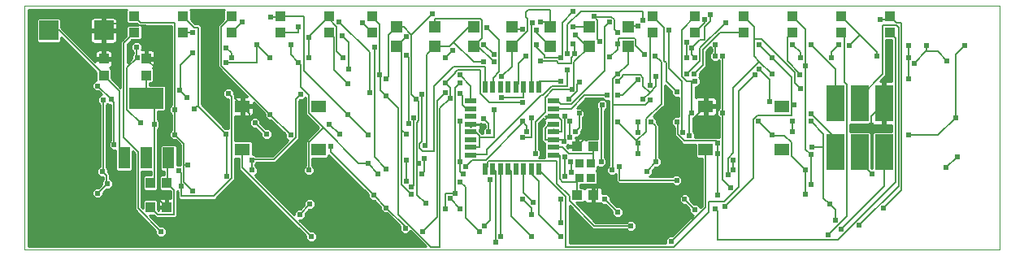
<source format=gbl>
G75*
G70*
%OFA0B0*%
%FSLAX24Y24*%
%IPPOS*%
%LPD*%
%AMOC8*
5,1,8,0,0,1.08239X$1,22.5*
%
%ADD10C,0.0000*%
%ADD11R,0.0433X0.0394*%
%ADD12R,0.0472X0.0472*%
%ADD13R,0.0500X0.0220*%
%ADD14R,0.0220X0.0500*%
%ADD15R,0.0335X0.0374*%
%ADD16R,0.0787X0.0787*%
%ADD17R,0.0750X0.1500*%
%ADD18R,0.0610X0.0512*%
%ADD19R,0.0480X0.0880*%
%ADD20R,0.1417X0.0866*%
%ADD21R,0.0394X0.0433*%
%ADD22C,0.0060*%
%ADD23C,0.0240*%
%ADD24C,0.0100*%
D10*
X000150Y000175D02*
X000150Y010175D01*
X040150Y010175D01*
X040150Y000175D01*
X000150Y000175D01*
D11*
X022815Y002425D03*
X023485Y002425D03*
X023485Y004425D03*
X022815Y004425D03*
X025900Y009090D03*
X027650Y009090D03*
X029650Y009090D03*
X031650Y009090D03*
X033650Y009090D03*
X035650Y009090D03*
X035650Y009760D03*
X033650Y009760D03*
X031650Y009760D03*
X029650Y009760D03*
X027650Y009760D03*
X025900Y009760D03*
X014400Y009760D03*
X012650Y009760D03*
X010650Y009760D03*
X008650Y009760D03*
X006650Y009760D03*
X004650Y009760D03*
X004650Y009090D03*
X006650Y009090D03*
X008650Y009090D03*
X010650Y009090D03*
X012650Y009090D03*
X014400Y009090D03*
D12*
X015400Y009338D03*
X016983Y009338D03*
X018567Y009338D03*
X020150Y009338D03*
X021733Y009338D03*
X023317Y009338D03*
X024900Y009338D03*
X024900Y008512D03*
X023317Y008512D03*
X021733Y008512D03*
X020150Y008512D03*
X018567Y008512D03*
X016983Y008512D03*
X015400Y008512D03*
D13*
X018460Y006277D03*
X018460Y005962D03*
X018460Y005647D03*
X018460Y005332D03*
X018460Y005018D03*
X018460Y004703D03*
X018460Y004388D03*
X018460Y004073D03*
X021840Y004073D03*
X021840Y004388D03*
X021840Y004703D03*
X021840Y005018D03*
X021840Y005332D03*
X021840Y005647D03*
X021840Y005962D03*
X021840Y006277D03*
D14*
X021252Y006865D03*
X020937Y006865D03*
X020622Y006865D03*
X020307Y006865D03*
X019993Y006865D03*
X019678Y006865D03*
X019363Y006865D03*
X019048Y006865D03*
X019048Y003485D03*
X019363Y003485D03*
X019678Y003485D03*
X019993Y003485D03*
X020307Y003485D03*
X020622Y003485D03*
X020937Y003485D03*
X021252Y003485D03*
D15*
X022924Y003710D03*
X023376Y003710D03*
X023376Y003140D03*
X022924Y003140D03*
D16*
X003400Y009175D03*
X001150Y009175D03*
D17*
X033400Y006175D03*
X034400Y006175D03*
X035400Y006175D03*
X035400Y004175D03*
X034400Y004175D03*
X033400Y004175D03*
D18*
X031215Y004289D03*
X028085Y004289D03*
X028085Y006061D03*
X031215Y006061D03*
X012215Y006061D03*
X009085Y006061D03*
X009085Y004289D03*
X012215Y004289D03*
D19*
X006060Y003955D03*
X005150Y003955D03*
X004240Y003955D03*
D20*
X005150Y006395D03*
D21*
X005150Y007340D03*
X003400Y007340D03*
X003400Y008010D03*
X005150Y008010D03*
X005315Y002925D03*
X005985Y002925D03*
X005985Y001925D03*
X005315Y001925D03*
D22*
X005320Y001925D01*
X005630Y001615D01*
X006280Y001615D01*
X006280Y002635D01*
X005990Y002925D01*
X005985Y002925D01*
X006010Y002945D01*
X006010Y003905D01*
X006060Y003955D01*
X006690Y003655D02*
X006850Y003655D01*
X006690Y003655D02*
X006690Y002955D01*
X007060Y002585D01*
X006590Y002755D02*
X006590Y002375D01*
X007910Y002375D01*
X008650Y003115D01*
X008650Y006455D01*
X008520Y006585D01*
X008770Y006645D02*
X007860Y007555D01*
X008220Y007735D02*
X010230Y005725D01*
X011070Y004885D01*
X011280Y004795D02*
X010370Y003885D01*
X009510Y003885D01*
X009490Y003865D01*
X009490Y003445D01*
X009090Y003545D02*
X009090Y004285D01*
X009085Y004289D01*
X008440Y004905D02*
X008430Y004925D01*
X007260Y006095D01*
X007270Y006105D01*
X007270Y009305D01*
X007100Y009305D01*
X006650Y009755D01*
X006650Y009760D01*
X006320Y009505D02*
X006320Y005925D01*
X006300Y005925D01*
X006320Y005925D02*
X006320Y004905D01*
X006690Y004535D01*
X006690Y003655D01*
X006480Y003425D02*
X006570Y003335D01*
X006570Y002775D01*
X006590Y002755D01*
X005480Y003085D02*
X005480Y005325D01*
X005480Y006065D01*
X005170Y006375D01*
X005150Y006395D01*
X005150Y007340D01*
X005540Y007555D02*
X005570Y007585D01*
X005950Y007205D01*
X005950Y005925D01*
X005690Y005665D01*
X005690Y002215D01*
X005980Y001925D01*
X005985Y001925D01*
X005760Y000935D02*
X004820Y001875D01*
X004820Y004185D01*
X004230Y004775D01*
X004230Y008665D01*
X004650Y009085D01*
X004650Y009090D01*
X004850Y009385D02*
X005140Y009385D01*
X005140Y008035D01*
X005150Y008010D01*
X005150Y008005D01*
X005570Y007585D01*
X004770Y008065D02*
X004350Y007645D01*
X004350Y005925D01*
X004900Y005375D01*
X007130Y005965D02*
X007260Y006095D01*
X006830Y006415D02*
X006530Y006715D01*
X006550Y006735D01*
X006550Y007745D01*
X007060Y008255D01*
X008430Y008465D02*
X008650Y008245D01*
X008650Y008065D01*
X008430Y007855D02*
X009670Y007855D01*
X009670Y008585D01*
X009690Y008605D01*
X010230Y008065D01*
X011070Y008175D02*
X011070Y008605D01*
X011810Y008895D02*
X011810Y008065D01*
X011480Y007765D02*
X011390Y007855D01*
X011070Y008175D01*
X011480Y007765D02*
X011480Y006855D01*
X011810Y006525D01*
X011810Y005775D01*
X012410Y005175D01*
X011810Y004575D01*
X011810Y003445D01*
X012410Y005175D02*
X013850Y003735D01*
X014220Y003735D01*
X014240Y003715D01*
X014660Y003295D01*
X014990Y003505D02*
X014520Y003975D01*
X014520Y008485D01*
X014310Y008275D02*
X014310Y006615D01*
X014750Y006725D02*
X014750Y007345D01*
X014730Y007365D01*
X014730Y009425D01*
X014400Y009755D01*
X014400Y009760D01*
X014000Y009505D02*
X014000Y009495D01*
X014400Y009095D01*
X014400Y009090D01*
X015070Y009005D02*
X015400Y009335D01*
X015400Y009338D01*
X015420Y009315D01*
X015720Y009315D01*
X016030Y009005D01*
X016890Y009865D01*
X016990Y009665D02*
X016990Y009345D01*
X016983Y009338D01*
X016990Y009665D02*
X018840Y009665D01*
X018900Y009605D01*
X018900Y008845D01*
X018570Y008515D01*
X018567Y008512D01*
X018690Y008595D01*
X019400Y007885D01*
X018990Y007895D02*
X018570Y007895D01*
X017760Y008705D01*
X017570Y008515D01*
X016990Y008515D01*
X016983Y008512D01*
X016970Y008485D01*
X016660Y008175D01*
X016660Y004535D01*
X016570Y004445D01*
X016450Y004625D02*
X016360Y004535D01*
X016360Y004355D01*
X016480Y004235D01*
X016950Y004235D01*
X016950Y006885D01*
X017750Y007685D01*
X019040Y007685D01*
X019040Y006865D01*
X019048Y006865D01*
X019363Y006865D02*
X019370Y006865D01*
X019370Y007235D01*
X019610Y007475D01*
X019610Y008795D01*
X019110Y009295D01*
X018567Y009338D02*
X018560Y009335D01*
X018390Y009335D01*
X017760Y008705D01*
X018990Y008605D02*
X018990Y008595D01*
X019400Y008185D01*
X020140Y008485D02*
X020150Y008512D01*
X020150Y008515D01*
X020780Y009145D01*
X020780Y009665D01*
X020710Y009735D01*
X020710Y009915D01*
X020830Y010035D01*
X021730Y010035D01*
X021730Y009345D01*
X021733Y009338D01*
X021710Y009535D01*
X021310Y009535D01*
X020990Y009505D02*
X020940Y009455D01*
X020940Y006865D01*
X020937Y006865D01*
X020622Y006865D02*
X020620Y006865D01*
X020620Y006435D01*
X019730Y006435D01*
X019200Y006225D02*
X020570Y006225D01*
X021500Y006425D02*
X021820Y006745D01*
X022580Y006745D01*
X022600Y006765D01*
X022690Y006855D01*
X022690Y007885D01*
X023310Y008505D01*
X023317Y008512D01*
X023250Y008485D01*
X022760Y008975D01*
X023650Y008815D02*
X023740Y008725D01*
X023650Y008815D02*
X023650Y009605D01*
X023500Y009755D01*
X023560Y009735D01*
X024230Y009735D01*
X024350Y009615D01*
X024350Y009235D01*
X024480Y009105D01*
X024900Y009338D02*
X024900Y009345D01*
X025320Y009345D01*
X025500Y009595D02*
X025500Y009965D01*
X022970Y009965D01*
X022430Y009425D01*
X022430Y008235D01*
X022410Y008215D01*
X022570Y008065D02*
X022720Y008215D01*
X022720Y008555D01*
X022640Y008635D01*
X021733Y008512D02*
X021730Y008515D01*
X021150Y009095D01*
X021150Y009175D01*
X020570Y009235D02*
X020150Y009235D01*
X020150Y009338D01*
X022200Y009495D02*
X022660Y009955D01*
X023950Y009335D02*
X024140Y009525D01*
X023950Y009335D02*
X023950Y007515D01*
X022580Y006145D01*
X022150Y006145D01*
X022020Y006275D01*
X021840Y006275D01*
X021840Y006277D01*
X021500Y006425D02*
X021500Y005825D01*
X021100Y005425D01*
X021100Y004135D01*
X021840Y004073D02*
X021840Y004065D01*
X022110Y004065D01*
X022110Y003085D01*
X022230Y002965D01*
X022800Y002965D01*
X022924Y003140D01*
X022920Y003135D01*
X022820Y003035D01*
X022820Y002425D01*
X022815Y002425D01*
X022500Y002375D02*
X022500Y002195D01*
X023530Y001165D01*
X025020Y001165D01*
X024480Y001715D02*
X023940Y002255D01*
X023640Y002575D02*
X023490Y002425D01*
X023485Y002425D01*
X023640Y002575D02*
X023640Y003125D01*
X024060Y003545D01*
X024060Y005195D01*
X024060Y006215D01*
X023940Y006335D01*
X023760Y006335D01*
X023640Y006215D01*
X023640Y005245D01*
X022820Y004425D01*
X022815Y004425D01*
X022480Y004135D02*
X022230Y004385D01*
X021840Y004385D01*
X021840Y004388D01*
X022480Y004135D02*
X023480Y004135D01*
X023480Y003815D01*
X023380Y003715D01*
X023376Y003710D01*
X023800Y003785D02*
X023800Y006075D01*
X023850Y006125D01*
X024270Y006135D02*
X024270Y003455D01*
X024260Y003445D01*
X024560Y003575D02*
X024560Y003035D01*
X026900Y003035D01*
X026060Y003775D02*
X025670Y003385D01*
X026060Y003775D02*
X026040Y003795D01*
X026040Y005245D01*
X025860Y005425D01*
X025650Y005545D02*
X026270Y006165D01*
X026270Y007875D01*
X026010Y008135D01*
X025590Y008195D02*
X025230Y008555D01*
X025230Y008785D01*
X025170Y008845D01*
X024500Y008845D01*
X024500Y008635D01*
X024480Y008615D01*
X024480Y008395D01*
X024160Y008075D01*
X024480Y007385D02*
X024900Y007805D01*
X024900Y008512D01*
X025800Y008985D02*
X025800Y006935D01*
X026060Y006895D02*
X026060Y007275D01*
X025530Y007235D02*
X025410Y007355D01*
X024690Y007355D01*
X024690Y007295D01*
X024480Y007085D01*
X024270Y007175D02*
X024480Y007385D01*
X024270Y007175D02*
X024270Y006135D01*
X025610Y006135D01*
X025810Y006335D01*
X025800Y006635D02*
X025510Y006345D01*
X025320Y007145D02*
X024690Y006515D01*
X024480Y006515D01*
X024060Y006515D02*
X023120Y006515D01*
X022570Y005965D01*
X021840Y005965D01*
X021840Y005962D01*
X022300Y005665D02*
X022300Y004715D01*
X022290Y004705D01*
X022270Y004635D01*
X022270Y004685D01*
X021860Y004685D01*
X021840Y004703D01*
X021840Y004705D01*
X021500Y004705D01*
X021500Y005165D01*
X021660Y005325D01*
X021840Y005325D01*
X021840Y005332D01*
X022510Y005445D02*
X022530Y005425D01*
X022530Y004805D01*
X021840Y005018D02*
X021840Y005025D01*
X022180Y005025D01*
X022180Y005485D01*
X022040Y005625D01*
X021860Y005625D01*
X021840Y005647D01*
X021840Y005645D01*
X021660Y005645D01*
X021310Y005295D01*
X020750Y005265D02*
X020750Y005025D01*
X020750Y005265D02*
X020570Y005445D01*
X020590Y005385D01*
X020590Y005375D01*
X019080Y003865D01*
X018520Y003865D01*
X018240Y003585D01*
X018030Y003405D02*
X018030Y003805D01*
X018030Y005465D01*
X018460Y005332D02*
X018460Y005325D01*
X018980Y005325D01*
X018980Y005265D01*
X019190Y005365D02*
X019190Y005015D01*
X018800Y004855D02*
X018640Y005015D01*
X018460Y005015D01*
X018460Y005018D01*
X018800Y004855D02*
X018800Y004805D01*
X019400Y004805D01*
X019400Y005915D01*
X019200Y006225D02*
X018840Y006585D01*
X018840Y007565D01*
X017920Y007565D01*
X017800Y007445D01*
X017800Y007435D01*
X017400Y007035D01*
X017610Y006825D01*
X017610Y006395D01*
X017190Y005975D01*
X017190Y000305D01*
X016820Y000305D01*
X015490Y001635D01*
X015490Y005985D01*
X014980Y006495D01*
X014750Y006725D01*
X016030Y006545D02*
X016030Y009005D01*
X015820Y008915D02*
X015430Y008525D01*
X015430Y008515D01*
X015400Y008512D01*
X015400Y008505D01*
X015610Y008295D01*
X015610Y005125D01*
X015630Y005105D01*
X015610Y005085D01*
X015610Y002865D01*
X016030Y002445D01*
X016240Y002435D02*
X016240Y003715D01*
X016330Y003715D01*
X016240Y003715D02*
X016240Y005405D01*
X016330Y005495D01*
X016330Y006245D01*
X016230Y006345D01*
X016030Y006545D01*
X016450Y006555D02*
X016450Y004625D01*
X015820Y004915D02*
X015630Y005105D01*
X015910Y005365D02*
X015910Y008055D01*
X015820Y008145D01*
X014310Y008275D02*
X013060Y009525D01*
X012960Y009325D02*
X012610Y009675D01*
X012650Y009760D01*
X012650Y009755D01*
X011810Y008915D01*
X011810Y008895D01*
X011390Y009095D02*
X011390Y009315D01*
X011390Y009095D02*
X010650Y009095D01*
X010650Y009090D01*
X009080Y009525D02*
X008650Y009095D01*
X008650Y009090D01*
X008220Y009325D02*
X008220Y007735D01*
X011600Y007525D02*
X013400Y005725D01*
X014240Y004885D01*
X013070Y004915D02*
X012650Y005335D01*
X011280Y004795D02*
X011280Y006355D01*
X011480Y006555D01*
X012840Y007545D02*
X013400Y006985D01*
X014980Y007185D02*
X015070Y007275D01*
X015070Y009005D01*
X013440Y008695D02*
X013440Y007575D01*
X012840Y007545D02*
X012840Y008895D01*
X012650Y009085D01*
X012650Y009090D01*
X013170Y008965D02*
X013440Y008695D01*
X012960Y008335D02*
X012960Y009325D01*
X011600Y009755D02*
X011600Y007525D01*
X012960Y008335D02*
X013230Y008065D01*
X017400Y008045D02*
X017700Y008345D01*
X019730Y007295D02*
X020140Y007705D01*
X020140Y008485D01*
X021150Y008495D02*
X021150Y008605D01*
X021150Y008495D02*
X021480Y008165D01*
X021480Y008045D01*
X022150Y008045D01*
X022200Y008095D01*
X022200Y009495D01*
X022640Y009335D02*
X023310Y009335D01*
X023317Y009338D01*
X025800Y008985D02*
X025900Y009085D01*
X025900Y009090D01*
X026590Y009175D02*
X026590Y007615D01*
X027110Y007095D01*
X027110Y005045D01*
X027150Y005005D01*
X026940Y004915D02*
X027210Y004645D01*
X028560Y004645D01*
X028560Y004575D01*
X028580Y004555D01*
X028580Y004135D01*
X028580Y002425D01*
X028840Y002155D02*
X028200Y002155D01*
X028200Y001735D01*
X026770Y000305D01*
X022360Y000305D01*
X022360Y002345D01*
X021260Y003445D01*
X021260Y003485D01*
X021252Y003485D01*
X020940Y003485D02*
X020937Y003485D01*
X020940Y003485D02*
X020940Y003305D01*
X021240Y003005D01*
X021240Y001635D01*
X022150Y000725D01*
X020940Y000725D02*
X020100Y001565D01*
X020100Y003385D01*
X020000Y003485D01*
X019993Y003485D01*
X019680Y003485D02*
X019678Y003485D01*
X019680Y003485D02*
X019680Y000725D01*
X019470Y000505D02*
X019470Y003385D01*
X019370Y003485D01*
X019363Y003485D01*
X019160Y003595D02*
X019160Y003775D01*
X019210Y003825D01*
X021990Y003825D01*
X021990Y002885D01*
X022500Y002375D01*
X022150Y002255D02*
X022150Y001285D01*
X020940Y001625D02*
X020940Y001885D01*
X020570Y002255D01*
X020630Y002515D02*
X021030Y002115D01*
X020630Y002515D02*
X020630Y003485D01*
X020622Y003485D01*
X019260Y003055D02*
X019260Y001385D01*
X019020Y001145D01*
X018800Y000935D02*
X018240Y001495D01*
X018240Y002755D01*
X018030Y002965D01*
X018150Y003285D02*
X018030Y003405D01*
X019048Y003485D02*
X019050Y003485D01*
X019160Y003595D01*
X019120Y004075D02*
X018460Y004075D01*
X018460Y004073D01*
X019120Y004075D02*
X019120Y004295D01*
X021350Y006525D01*
X021430Y006525D01*
X021790Y006885D01*
X022420Y006885D01*
X022420Y007545D01*
X022570Y007835D02*
X022060Y007835D01*
X021980Y007915D01*
X021310Y007915D01*
X020730Y008125D02*
X020420Y007815D01*
X020420Y006975D01*
X020310Y006865D01*
X020307Y006865D01*
X021252Y006865D02*
X021260Y006865D01*
X021260Y007095D01*
X022150Y007095D01*
X022810Y006975D02*
X022810Y006675D01*
X022490Y006355D01*
X022900Y005775D02*
X022900Y005185D01*
X022740Y005025D01*
X024480Y005425D02*
X025260Y004645D01*
X025650Y005035D01*
X025650Y005545D01*
X025320Y005425D02*
X025320Y005005D01*
X025260Y004645D02*
X025300Y004605D01*
X025300Y004565D01*
X025320Y004545D01*
X025320Y004125D01*
X023480Y004135D02*
X023480Y004425D01*
X023485Y004425D01*
X022320Y003985D02*
X022320Y003175D01*
X022570Y003355D02*
X022570Y003745D01*
X022540Y003775D01*
X020960Y004775D02*
X020570Y004775D01*
X020960Y004775D02*
X020960Y005585D01*
X019190Y005365D02*
X018990Y005565D01*
X018460Y005962D02*
X018460Y005965D01*
X018280Y005965D01*
X018120Y006125D01*
X018120Y006515D01*
X018030Y006605D01*
X017400Y006615D02*
X017070Y006285D01*
X017070Y001515D01*
X016490Y000935D01*
X015770Y001055D02*
X015770Y001115D01*
X014980Y001905D01*
X014470Y002415D01*
X012710Y004175D01*
X012710Y004435D01*
X010080Y004915D02*
X009600Y005395D01*
X009390Y005175D02*
X009390Y005745D01*
X009100Y006035D01*
X009085Y006061D01*
X009080Y006065D01*
X008770Y006375D01*
X008770Y006645D01*
X004040Y006685D02*
X003410Y007315D01*
X003400Y007340D01*
X003400Y007345D01*
X001570Y009175D01*
X001150Y009175D01*
X003400Y009175D02*
X003670Y009445D01*
X004790Y009445D01*
X004850Y009385D01*
X004900Y009505D02*
X006320Y009505D01*
X004900Y009505D02*
X004650Y009755D01*
X004650Y009760D01*
X003400Y009175D02*
X003400Y008010D01*
X004740Y008095D02*
X004740Y008485D01*
X004740Y008095D02*
X004770Y008065D01*
X006650Y009090D02*
X006650Y009095D01*
X007060Y009095D01*
X008220Y009325D02*
X008650Y009755D01*
X008650Y009760D01*
X010250Y009735D02*
X010630Y009735D01*
X010650Y009760D01*
X010650Y009755D01*
X011600Y009755D01*
X018010Y007355D02*
X018460Y006905D01*
X018460Y006277D01*
X017820Y006825D02*
X017820Y002515D01*
X017830Y002495D01*
X017400Y002495D01*
X017400Y001865D01*
X017610Y002285D02*
X018030Y001865D01*
X016600Y002075D02*
X016240Y002435D01*
X016030Y002745D02*
X016120Y002835D01*
X016120Y005585D01*
X018800Y004805D02*
X018800Y004395D01*
X018460Y004395D01*
X018460Y004388D01*
X016560Y003915D02*
X016560Y003405D01*
X016450Y003295D01*
X015820Y002975D02*
X015820Y003855D01*
X011860Y002055D02*
X011440Y001635D01*
X011910Y000725D02*
X009090Y003545D01*
X008440Y003205D02*
X008440Y004905D01*
X004240Y003955D02*
X004040Y004155D01*
X004040Y006685D01*
X003710Y006345D02*
X003150Y006905D01*
X003380Y006315D02*
X003380Y003405D01*
X003360Y003385D01*
X003520Y003225D01*
X003520Y002915D01*
X003540Y002895D01*
X003150Y002505D01*
X005315Y002925D02*
X005320Y002925D01*
X005480Y003085D01*
X003830Y004485D02*
X003830Y006225D01*
X003710Y006345D01*
X017820Y006825D02*
X018030Y007035D01*
X022570Y007835D02*
X022570Y008065D01*
X025530Y007235D02*
X025530Y006905D01*
X025800Y006635D01*
X026060Y006895D01*
X026470Y007075D02*
X026900Y006645D01*
X027310Y007085D02*
X027530Y007085D01*
X027530Y005805D01*
X027430Y005705D01*
X027430Y004855D01*
X026940Y004915D02*
X026940Y005385D01*
X026900Y005425D01*
X027640Y005395D02*
X027640Y005615D01*
X028080Y006055D01*
X028085Y006061D01*
X028790Y005795D02*
X028790Y008135D01*
X028490Y008135D02*
X028490Y008605D01*
X028040Y008795D02*
X028040Y009315D01*
X028280Y009555D01*
X028280Y009835D01*
X028050Y009635D02*
X028050Y009495D01*
X027650Y009095D01*
X027650Y009090D01*
X027850Y008795D02*
X028040Y008795D01*
X027850Y008795D02*
X027520Y008465D01*
X027520Y008175D01*
X027650Y008045D01*
X027860Y007935D02*
X027310Y007385D01*
X027100Y007295D02*
X027310Y007085D01*
X027530Y007085D02*
X027650Y007085D01*
X027100Y007295D02*
X027100Y009205D01*
X027650Y009755D01*
X027650Y009760D01*
X028920Y009505D02*
X027860Y008445D01*
X027860Y007935D01*
X027980Y007755D02*
X027610Y007385D01*
X026470Y007075D02*
X026470Y007845D01*
X026380Y007935D01*
X026380Y009275D01*
X025900Y009755D01*
X025900Y009760D01*
X027980Y008395D02*
X028670Y009085D01*
X029650Y009085D01*
X029650Y009090D01*
X030070Y009335D02*
X030070Y008815D01*
X030370Y008815D01*
X031740Y007445D01*
X031740Y007025D01*
X031980Y006785D01*
X030720Y007165D02*
X030720Y006255D01*
X031620Y006125D02*
X031710Y006125D01*
X031620Y006125D02*
X031620Y005705D01*
X030210Y005705D01*
X030040Y005535D01*
X030040Y003115D01*
X028870Y001945D01*
X028580Y001775D02*
X028490Y001865D01*
X028580Y001775D02*
X028580Y000595D01*
X033510Y000595D01*
X035870Y002955D01*
X035870Y008865D01*
X035650Y009085D01*
X035650Y009090D01*
X035900Y009385D02*
X036010Y009275D01*
X036010Y002795D01*
X034390Y001175D01*
X033640Y001025D02*
X035400Y002785D01*
X035400Y004175D01*
X034400Y004175D02*
X034400Y003795D01*
X034900Y003295D01*
X036130Y002615D02*
X035390Y001875D01*
X033870Y001555D02*
X033120Y000805D01*
X033400Y001385D02*
X033400Y001835D01*
X033180Y002055D01*
X032930Y002305D01*
X032930Y004385D01*
X032460Y004385D01*
X032190Y004295D02*
X032190Y007715D01*
X032190Y009215D01*
X031650Y009755D01*
X031650Y009760D01*
X030070Y009335D02*
X029650Y009755D01*
X029650Y009760D01*
X031440Y008875D02*
X031650Y009085D01*
X031650Y009090D01*
X031440Y008875D02*
X031440Y007915D01*
X031950Y007405D01*
X031950Y007355D01*
X031620Y007255D02*
X030810Y008065D01*
X030280Y008595D01*
X030280Y008605D01*
X030070Y008815D02*
X030070Y008125D01*
X030290Y007905D01*
X029210Y006825D01*
X029210Y004145D01*
X029000Y003935D01*
X029000Y003245D01*
X029230Y003445D02*
X029230Y003865D01*
X028085Y004289D02*
X028080Y004285D01*
X028080Y001915D01*
X026680Y000515D01*
X027650Y001835D02*
X027230Y002255D01*
X028840Y002155D02*
X029440Y002755D01*
X029440Y006695D01*
X030100Y007355D01*
X030290Y007595D02*
X030720Y007165D01*
X030810Y007385D02*
X030290Y007905D01*
X031650Y008605D02*
X031980Y008275D01*
X031980Y008045D01*
X033240Y008065D02*
X033240Y008285D01*
X033560Y008605D01*
X033980Y008545D02*
X034420Y008985D01*
X033650Y009755D01*
X033650Y009760D01*
X035250Y009625D02*
X035630Y009625D01*
X035630Y009735D01*
X035650Y009760D01*
X035650Y009755D01*
X035900Y009505D01*
X036130Y009505D01*
X036130Y002615D01*
X037940Y003545D02*
X038400Y004005D01*
X037620Y004875D02*
X036400Y004875D01*
X037620Y004875D02*
X038350Y005605D01*
X038350Y008175D01*
X038730Y008555D01*
X037990Y007935D02*
X037600Y008325D01*
X037170Y008325D01*
X037150Y008345D01*
X037150Y008555D01*
X037150Y008345D02*
X036640Y007835D01*
X036420Y008045D02*
X036400Y008045D01*
X036400Y008555D01*
X035130Y008275D02*
X035130Y008135D01*
X035130Y008275D02*
X034420Y008985D01*
X033770Y008965D02*
X033770Y007065D01*
X033870Y006965D01*
X033870Y001555D01*
X032190Y002445D02*
X032190Y003445D01*
X031620Y004015D01*
X031620Y004575D01*
X031330Y004865D01*
X030830Y004865D01*
X030810Y004885D01*
X030250Y005445D01*
X031650Y005445D02*
X031650Y005025D01*
X032400Y005445D02*
X032930Y004915D01*
X032930Y004385D01*
X033400Y004175D02*
X033400Y004745D01*
X032400Y005745D01*
X031620Y006125D02*
X031620Y007255D01*
X032400Y008605D02*
X033400Y007605D01*
X033400Y006175D01*
X034400Y006175D02*
X034400Y006435D01*
X035340Y007375D01*
X035340Y009385D01*
X035900Y009385D01*
X033770Y008965D02*
X033650Y009085D01*
X033650Y009090D01*
X036400Y008045D02*
X036400Y007185D01*
X035400Y006175D02*
X034880Y005655D01*
X034880Y005275D01*
X032400Y004085D02*
X032190Y004295D01*
X032400Y004085D02*
X032400Y002865D01*
X029120Y002735D02*
X028790Y003065D01*
X028790Y005795D01*
X022900Y007065D02*
X022810Y006975D01*
X027310Y008045D02*
X027310Y008685D01*
X027980Y008395D02*
X027980Y007755D01*
D23*
X027650Y008045D03*
X027310Y008045D03*
X028490Y008135D03*
X028790Y008135D03*
X027520Y008465D03*
X028490Y008605D03*
X027310Y008685D03*
X026590Y009175D03*
X025320Y009345D03*
X025500Y009595D03*
X024480Y009105D03*
X024140Y009525D03*
X023500Y009755D03*
X022660Y009955D03*
X021310Y009535D03*
X020990Y009505D03*
X020570Y009235D03*
X021150Y009175D03*
X022640Y009335D03*
X022760Y008975D03*
X023740Y008725D03*
X024480Y008615D03*
X025590Y008195D03*
X026010Y008135D03*
X024160Y008075D03*
X022720Y008215D03*
X022410Y008215D03*
X022150Y008045D03*
X021310Y007915D03*
X020730Y008125D03*
X019400Y008185D03*
X019400Y007885D03*
X018990Y007895D03*
X017700Y008345D03*
X017400Y008045D03*
X015820Y008145D03*
X014520Y008485D03*
X013230Y008065D03*
X011810Y008065D03*
X011390Y007855D03*
X010230Y008065D03*
X008650Y008065D03*
X008430Y007855D03*
X007860Y007555D03*
X007060Y008255D03*
X008430Y008465D03*
X009690Y008605D03*
X011070Y008605D03*
X011810Y008895D03*
X013170Y008965D03*
X011390Y009315D03*
X010250Y009735D03*
X009080Y009525D03*
X007060Y009095D03*
X004740Y008485D03*
X004770Y008065D03*
X005540Y007555D03*
X003150Y006905D03*
X003380Y006315D03*
X003710Y006345D03*
X006300Y005925D03*
X007130Y005965D03*
X006830Y006415D03*
X006530Y006715D03*
X008520Y006585D03*
X011480Y006555D03*
X013400Y006985D03*
X014310Y006615D03*
X014980Y006495D03*
X016230Y006345D03*
X016450Y006555D03*
X017400Y006615D03*
X018030Y006605D03*
X017610Y006395D03*
X019400Y005915D03*
X018990Y005565D03*
X018980Y005265D03*
X019190Y005015D03*
X020570Y004775D03*
X020750Y005025D03*
X021310Y005295D03*
X020570Y005445D03*
X020960Y005585D03*
X022300Y005665D03*
X022900Y005775D03*
X022510Y005445D03*
X022740Y005025D03*
X022530Y004805D03*
X022270Y004635D03*
X021100Y004135D03*
X022320Y003985D03*
X022540Y003775D03*
X022570Y003355D03*
X022320Y003175D03*
X024260Y003445D03*
X024560Y003575D03*
X023800Y003785D03*
X025320Y004125D03*
X026060Y003775D03*
X025670Y003385D03*
X026900Y003035D03*
X029000Y003245D03*
X029230Y003445D03*
X029230Y003865D03*
X028580Y004135D03*
X028580Y004555D03*
X027430Y004855D03*
X027150Y005005D03*
X026900Y005425D03*
X027640Y005395D03*
X027530Y005805D03*
X028790Y005795D03*
X030250Y005445D03*
X031650Y005445D03*
X032400Y005445D03*
X032400Y005745D03*
X031710Y006125D03*
X030720Y006255D03*
X031980Y006785D03*
X031950Y007355D03*
X032190Y007715D03*
X031980Y008045D03*
X030810Y008065D03*
X030290Y007595D03*
X030100Y007355D03*
X030810Y007385D03*
X033240Y008065D03*
X033980Y008545D03*
X033560Y008605D03*
X032400Y008605D03*
X031650Y008605D03*
X030280Y008605D03*
X028920Y009505D03*
X028050Y009635D03*
X028280Y009835D03*
X022640Y008635D03*
X021150Y008605D03*
X018990Y008605D03*
X019110Y009295D03*
X016890Y009865D03*
X014000Y009505D03*
X013060Y009525D03*
X015820Y008915D03*
X013440Y007575D03*
X014730Y007365D03*
X014980Y007185D03*
X017400Y007035D03*
X018030Y007035D03*
X018010Y007355D03*
X019730Y007295D03*
X022150Y007095D03*
X022900Y007065D03*
X022600Y006765D03*
X024060Y006515D03*
X024480Y006515D03*
X025510Y006345D03*
X025810Y006335D03*
X026900Y006645D03*
X025800Y006935D03*
X025320Y007145D03*
X026060Y007275D03*
X027310Y007385D03*
X027610Y007385D03*
X027650Y007085D03*
X024480Y007085D03*
X024480Y007385D03*
X022420Y007545D03*
X019730Y006435D03*
X020570Y006225D03*
X022490Y006355D03*
X023850Y006125D03*
X024480Y005425D03*
X024060Y005195D03*
X025320Y005005D03*
X025320Y005425D03*
X025860Y005425D03*
X025320Y004545D03*
X030810Y004885D03*
X031650Y005025D03*
X032460Y004385D03*
X032400Y004085D03*
X032190Y003445D03*
X032400Y002865D03*
X032190Y002445D03*
X033180Y002055D03*
X035390Y001875D03*
X033400Y001385D03*
X034390Y001175D03*
X033640Y001025D03*
X033120Y000805D03*
X028870Y001945D03*
X028490Y001865D03*
X027650Y001835D03*
X027230Y002255D03*
X028580Y002425D03*
X029120Y002735D03*
X024480Y001715D03*
X023940Y002255D03*
X022150Y002255D03*
X021030Y002115D03*
X020570Y002255D03*
X020940Y001625D03*
X022150Y001285D03*
X022150Y000725D03*
X020940Y000725D03*
X019680Y000725D03*
X019470Y000505D03*
X018800Y000935D03*
X019020Y001145D03*
X018030Y001865D03*
X017400Y001865D03*
X016600Y002075D03*
X017610Y002285D03*
X017830Y002495D03*
X018030Y002965D03*
X018150Y003285D03*
X019260Y003055D03*
X018240Y003585D03*
X018030Y003805D03*
X016560Y003915D03*
X016330Y003715D03*
X015820Y003855D03*
X014990Y003505D03*
X014660Y003295D03*
X015820Y002975D03*
X016030Y002745D03*
X016030Y002445D03*
X014470Y002415D03*
X014980Y001905D03*
X015770Y001055D03*
X016490Y000935D03*
X011910Y000725D03*
X011440Y001635D03*
X011860Y002055D03*
X008440Y003205D03*
X009490Y003445D03*
X009490Y003865D03*
X011810Y003445D03*
X014240Y003715D03*
X016450Y003295D03*
X016570Y004445D03*
X015820Y004915D03*
X014240Y004885D03*
X013070Y004915D03*
X012710Y004435D03*
X011070Y004885D03*
X010080Y004915D03*
X009390Y005175D03*
X009600Y005395D03*
X010230Y005725D03*
X012650Y005335D03*
X013400Y005725D03*
X015910Y005365D03*
X016120Y005585D03*
X018030Y005465D03*
X008430Y004925D03*
X006320Y004905D03*
X005480Y005325D03*
X004900Y005375D03*
X003830Y004485D03*
X006850Y003655D03*
X006480Y003425D03*
X006570Y002775D03*
X007060Y002585D03*
X003540Y002895D03*
X003150Y002505D03*
X003360Y003385D03*
X005760Y000935D03*
X025020Y001165D03*
X026680Y000515D03*
X034900Y003295D03*
X037940Y003545D03*
X038400Y004005D03*
X036400Y004875D03*
X034880Y005275D03*
X038350Y005605D03*
X036400Y007185D03*
X036640Y007835D03*
X036420Y008045D03*
X035130Y008135D03*
X036400Y008555D03*
X037150Y008555D03*
X038730Y008555D03*
X037990Y007935D03*
X035250Y009625D03*
D24*
X035480Y008784D02*
X035730Y008784D01*
X035730Y007075D01*
X035450Y007075D01*
X035450Y006225D01*
X035350Y006225D01*
X035350Y007075D01*
X035238Y007075D01*
X035480Y007317D01*
X035480Y008784D01*
X035480Y008745D02*
X035730Y008745D01*
X035730Y008646D02*
X035480Y008646D01*
X035480Y008548D02*
X035730Y008548D01*
X035730Y008449D02*
X035480Y008449D01*
X035480Y008351D02*
X035730Y008351D01*
X035730Y008252D02*
X035480Y008252D01*
X035480Y008154D02*
X035730Y008154D01*
X035730Y008055D02*
X035480Y008055D01*
X035480Y007957D02*
X035730Y007957D01*
X035730Y007858D02*
X035480Y007858D01*
X035480Y007760D02*
X035730Y007760D01*
X035730Y007661D02*
X035480Y007661D01*
X035480Y007563D02*
X035730Y007563D01*
X035730Y007464D02*
X035480Y007464D01*
X035480Y007366D02*
X035730Y007366D01*
X035730Y007267D02*
X035430Y007267D01*
X035332Y007169D02*
X035730Y007169D01*
X035450Y007070D02*
X035350Y007070D01*
X035350Y006972D02*
X035450Y006972D01*
X035450Y006873D02*
X035350Y006873D01*
X035350Y006775D02*
X035450Y006775D01*
X035450Y006676D02*
X035350Y006676D01*
X035350Y006578D02*
X035450Y006578D01*
X035450Y006479D02*
X035350Y006479D01*
X035350Y006381D02*
X035450Y006381D01*
X035450Y006282D02*
X035350Y006282D01*
X035350Y006125D02*
X035450Y006125D01*
X035450Y005275D01*
X035730Y005275D01*
X035730Y005035D01*
X034979Y005035D01*
X034915Y004971D01*
X034915Y003525D01*
X034885Y003525D01*
X034885Y004971D01*
X034821Y005035D01*
X034010Y005035D01*
X034010Y005315D01*
X034821Y005315D01*
X034883Y005377D01*
X034885Y005367D01*
X034905Y005333D01*
X034933Y005305D01*
X034967Y005285D01*
X035005Y005275D01*
X035350Y005275D01*
X035350Y006125D01*
X035350Y006085D02*
X035450Y006085D01*
X035450Y005987D02*
X035350Y005987D01*
X035350Y005888D02*
X035450Y005888D01*
X035450Y005790D02*
X035350Y005790D01*
X035350Y005691D02*
X035450Y005691D01*
X035450Y005593D02*
X035350Y005593D01*
X035350Y005494D02*
X035450Y005494D01*
X035450Y005396D02*
X035350Y005396D01*
X035350Y005297D02*
X035450Y005297D01*
X035730Y005199D02*
X034010Y005199D01*
X034010Y005297D02*
X034947Y005297D01*
X035730Y005100D02*
X034010Y005100D01*
X034854Y005002D02*
X034946Y005002D01*
X034915Y004903D02*
X034885Y004903D01*
X034885Y004805D02*
X034915Y004805D01*
X034915Y004706D02*
X034885Y004706D01*
X034885Y004608D02*
X034915Y004608D01*
X034915Y004509D02*
X034885Y004509D01*
X034885Y004411D02*
X034915Y004411D01*
X034915Y004312D02*
X034885Y004312D01*
X034885Y004214D02*
X034915Y004214D01*
X034915Y004115D02*
X034885Y004115D01*
X034885Y004017D02*
X034915Y004017D01*
X034915Y003918D02*
X034885Y003918D01*
X034885Y003820D02*
X034915Y003820D01*
X034915Y003721D02*
X034885Y003721D01*
X034885Y003623D02*
X034915Y003623D01*
X028650Y004785D02*
X028618Y004785D01*
X027660Y004785D01*
X027660Y004950D01*
X027570Y005040D01*
X027570Y005575D01*
X027625Y005575D01*
X027718Y005668D01*
X027722Y005665D01*
X027760Y005655D01*
X028035Y005655D01*
X028035Y006011D01*
X028135Y006011D01*
X028135Y006111D01*
X028035Y006111D01*
X028035Y006467D01*
X027760Y006467D01*
X027722Y006457D01*
X027688Y006437D01*
X027670Y006419D01*
X027670Y006855D01*
X027745Y006855D01*
X027880Y006990D01*
X027880Y007180D01*
X027805Y007255D01*
X027840Y007290D01*
X027840Y007417D01*
X028120Y007697D01*
X028120Y008337D01*
X028276Y008493D01*
X028350Y008420D01*
X028350Y008320D01*
X028260Y008230D01*
X028260Y008040D01*
X028395Y007905D01*
X028585Y007905D01*
X028640Y007960D01*
X028650Y007950D01*
X028650Y005980D01*
X028560Y005890D01*
X028560Y005700D01*
X028650Y005610D01*
X028650Y004785D01*
X028650Y004805D02*
X027660Y004805D01*
X027660Y004903D02*
X028650Y004903D01*
X028650Y005002D02*
X027609Y005002D01*
X027570Y005100D02*
X028650Y005100D01*
X028650Y005199D02*
X027570Y005199D01*
X027570Y005297D02*
X028650Y005297D01*
X028650Y005396D02*
X027570Y005396D01*
X027570Y005494D02*
X028650Y005494D01*
X028650Y005593D02*
X027643Y005593D01*
X028035Y005691D02*
X028135Y005691D01*
X028135Y005655D02*
X028410Y005655D01*
X028448Y005665D01*
X028482Y005685D01*
X028510Y005713D01*
X028530Y005747D01*
X028540Y005785D01*
X028540Y006011D01*
X028135Y006011D01*
X028135Y005655D01*
X028135Y005790D02*
X028035Y005790D01*
X028035Y005888D02*
X028135Y005888D01*
X028135Y005987D02*
X028035Y005987D01*
X028135Y006085D02*
X028650Y006085D01*
X028650Y005987D02*
X028540Y005987D01*
X028540Y005888D02*
X028560Y005888D01*
X028560Y005790D02*
X028540Y005790D01*
X028569Y005691D02*
X028488Y005691D01*
X028540Y006111D02*
X028135Y006111D01*
X028135Y006467D01*
X028410Y006467D01*
X028448Y006457D01*
X028482Y006437D01*
X028510Y006409D01*
X028530Y006375D01*
X028540Y006336D01*
X028540Y006111D01*
X028540Y006184D02*
X028650Y006184D01*
X028650Y006282D02*
X028540Y006282D01*
X028527Y006381D02*
X028650Y006381D01*
X028650Y006479D02*
X027670Y006479D01*
X027670Y006578D02*
X028650Y006578D01*
X028650Y006676D02*
X027670Y006676D01*
X027670Y006775D02*
X028650Y006775D01*
X028650Y006873D02*
X027763Y006873D01*
X027862Y006972D02*
X028650Y006972D01*
X028650Y007070D02*
X027880Y007070D01*
X027880Y007169D02*
X028650Y007169D01*
X028650Y007267D02*
X027817Y007267D01*
X027840Y007366D02*
X028650Y007366D01*
X028650Y007464D02*
X027887Y007464D01*
X027986Y007563D02*
X028650Y007563D01*
X028650Y007661D02*
X028084Y007661D01*
X028120Y007760D02*
X028650Y007760D01*
X028650Y007858D02*
X028120Y007858D01*
X028120Y007957D02*
X028343Y007957D01*
X028260Y008055D02*
X028120Y008055D01*
X028120Y008154D02*
X028260Y008154D01*
X028282Y008252D02*
X028120Y008252D01*
X028134Y008351D02*
X028350Y008351D01*
X028321Y008449D02*
X028232Y008449D01*
X028637Y007957D02*
X028643Y007957D01*
X026670Y006677D02*
X026410Y006937D01*
X026410Y006107D01*
X026328Y006025D01*
X025957Y005654D01*
X026090Y005520D01*
X026090Y005393D01*
X026098Y005385D01*
X026180Y005303D01*
X026180Y003980D01*
X026290Y003870D01*
X026290Y003680D01*
X026155Y003545D01*
X026028Y003545D01*
X025900Y003417D01*
X025900Y003290D01*
X025785Y003175D01*
X026715Y003175D01*
X026805Y003265D01*
X026995Y003265D01*
X027130Y003130D01*
X027940Y003130D01*
X027940Y003032D02*
X027130Y003032D01*
X027130Y002940D02*
X027130Y003130D01*
X027032Y003229D02*
X027940Y003229D01*
X027940Y003327D02*
X025900Y003327D01*
X025908Y003426D02*
X027940Y003426D01*
X027940Y003524D02*
X026007Y003524D01*
X026233Y003623D02*
X027940Y003623D01*
X027940Y003721D02*
X026290Y003721D01*
X026290Y003820D02*
X027940Y003820D01*
X027940Y003918D02*
X026242Y003918D01*
X026180Y004017D02*
X027670Y004017D01*
X027670Y003988D02*
X027734Y003923D01*
X027940Y003923D01*
X027940Y001973D01*
X027880Y001913D01*
X027880Y001930D01*
X027745Y002065D01*
X027618Y002065D01*
X027460Y002223D01*
X027460Y002350D01*
X027325Y002485D01*
X027135Y002485D01*
X027000Y002350D01*
X027000Y002160D01*
X027135Y002025D01*
X027262Y002025D01*
X027420Y001867D01*
X027420Y001740D01*
X027555Y001605D01*
X027572Y001605D01*
X026712Y000745D01*
X026585Y000745D01*
X026450Y000610D01*
X026450Y000445D01*
X022500Y000445D01*
X022500Y001997D01*
X023390Y001107D01*
X023472Y001025D01*
X024835Y001025D01*
X024925Y000935D01*
X025115Y000935D01*
X025250Y001070D01*
X025250Y001260D01*
X025115Y001395D01*
X024925Y001395D01*
X024835Y001305D01*
X023588Y001305D01*
X022775Y002118D01*
X023077Y002118D01*
X023129Y002169D01*
X023148Y002136D01*
X023176Y002108D01*
X023210Y002088D01*
X023248Y002078D01*
X023436Y002078D01*
X023436Y002377D01*
X023533Y002377D01*
X023533Y002078D01*
X023721Y002078D01*
X023759Y002088D01*
X023773Y002097D01*
X023845Y002025D01*
X023972Y002025D01*
X024250Y001747D01*
X024250Y001620D01*
X024385Y001485D01*
X024575Y001485D01*
X024710Y001620D01*
X024710Y001810D01*
X024575Y001945D01*
X024448Y001945D01*
X024170Y002223D01*
X024170Y002350D01*
X024035Y002485D01*
X023851Y002485D01*
X023851Y002642D01*
X023841Y002680D01*
X023821Y002714D01*
X023793Y002742D01*
X023759Y002762D01*
X023721Y002772D01*
X023533Y002772D01*
X023533Y002473D01*
X023436Y002473D01*
X023436Y002772D01*
X023248Y002772D01*
X023210Y002762D01*
X023176Y002742D01*
X023148Y002714D01*
X023129Y002681D01*
X023077Y002732D01*
X022960Y002732D01*
X022960Y002843D01*
X023137Y002843D01*
X023150Y002856D01*
X023163Y002843D01*
X023589Y002843D01*
X023654Y002907D01*
X023654Y003372D01*
X023601Y003425D01*
X023654Y003478D01*
X023654Y003606D01*
X023705Y003555D01*
X023895Y003555D01*
X024030Y003690D01*
X024030Y003880D01*
X023940Y003970D01*
X023940Y005895D01*
X023945Y005895D01*
X024080Y006030D01*
X024080Y006220D01*
X024015Y006285D01*
X024130Y006285D01*
X024130Y003640D01*
X024030Y003540D01*
X024030Y003350D01*
X024165Y003215D01*
X024355Y003215D01*
X024420Y003280D01*
X024420Y002977D01*
X024502Y002895D01*
X026715Y002895D01*
X026805Y002805D01*
X026995Y002805D01*
X027130Y002940D01*
X027123Y002933D02*
X027940Y002933D01*
X027940Y002835D02*
X027025Y002835D01*
X026775Y002835D02*
X022960Y002835D01*
X022960Y002736D02*
X023170Y002736D01*
X023436Y002736D02*
X023533Y002736D01*
X023533Y002638D02*
X023436Y002638D01*
X023436Y002539D02*
X023533Y002539D01*
X023851Y002539D02*
X027940Y002539D01*
X027940Y002441D02*
X027370Y002441D01*
X027460Y002342D02*
X027940Y002342D01*
X027940Y002244D02*
X027460Y002244D01*
X027538Y002145D02*
X027940Y002145D01*
X027940Y002047D02*
X027764Y002047D01*
X027862Y001948D02*
X027915Y001948D01*
X027420Y001850D02*
X024671Y001850D01*
X024710Y001751D02*
X027420Y001751D01*
X027507Y001653D02*
X024710Y001653D01*
X024644Y001554D02*
X027521Y001554D01*
X027423Y001456D02*
X023437Y001456D01*
X023339Y001554D02*
X024316Y001554D01*
X024250Y001653D02*
X023240Y001653D01*
X023142Y001751D02*
X024246Y001751D01*
X024148Y001850D02*
X023043Y001850D01*
X022945Y001948D02*
X024049Y001948D01*
X023823Y002047D02*
X022846Y002047D01*
X023104Y002145D02*
X023143Y002145D01*
X023436Y002145D02*
X023533Y002145D01*
X023533Y002244D02*
X023436Y002244D01*
X023436Y002342D02*
X023533Y002342D01*
X024080Y002441D02*
X027090Y002441D01*
X027000Y002342D02*
X024170Y002342D01*
X024170Y002244D02*
X027000Y002244D01*
X027015Y002145D02*
X024248Y002145D01*
X024346Y002047D02*
X027113Y002047D01*
X027339Y001948D02*
X024445Y001948D01*
X022943Y001554D02*
X022500Y001554D01*
X022500Y001456D02*
X023042Y001456D01*
X023140Y001357D02*
X022500Y001357D01*
X022500Y001259D02*
X023239Y001259D01*
X023337Y001160D02*
X022500Y001160D01*
X022500Y001062D02*
X023436Y001062D01*
X023536Y001357D02*
X024887Y001357D01*
X025153Y001357D02*
X027324Y001357D01*
X027226Y001259D02*
X025250Y001259D01*
X025250Y001160D02*
X027127Y001160D01*
X027029Y001062D02*
X025242Y001062D01*
X025143Y000963D02*
X026930Y000963D01*
X026832Y000865D02*
X022500Y000865D01*
X022500Y000963D02*
X024897Y000963D01*
X026450Y000569D02*
X022500Y000569D01*
X022500Y000471D02*
X026450Y000471D01*
X026507Y000668D02*
X022500Y000668D01*
X022500Y000766D02*
X026733Y000766D01*
X022845Y001653D02*
X022500Y001653D01*
X022500Y001751D02*
X022746Y001751D01*
X022648Y001850D02*
X022500Y001850D01*
X022500Y001948D02*
X022549Y001948D01*
X023851Y002638D02*
X027940Y002638D01*
X027940Y002736D02*
X023799Y002736D01*
X023654Y002933D02*
X024464Y002933D01*
X024420Y003032D02*
X023654Y003032D01*
X023654Y003130D02*
X024420Y003130D01*
X024420Y003229D02*
X024369Y003229D01*
X024151Y003229D02*
X023654Y003229D01*
X023654Y003327D02*
X024053Y003327D01*
X024030Y003426D02*
X023601Y003426D01*
X023654Y003524D02*
X024030Y003524D01*
X023963Y003623D02*
X024112Y003623D01*
X024130Y003721D02*
X024030Y003721D01*
X024030Y003820D02*
X024130Y003820D01*
X024130Y003918D02*
X023992Y003918D01*
X023940Y004017D02*
X024130Y004017D01*
X024130Y004115D02*
X023940Y004115D01*
X023940Y004214D02*
X024130Y004214D01*
X024130Y004312D02*
X023940Y004312D01*
X023940Y004411D02*
X024130Y004411D01*
X024130Y004509D02*
X023940Y004509D01*
X023940Y004608D02*
X024130Y004608D01*
X024130Y004706D02*
X023940Y004706D01*
X023940Y004805D02*
X024130Y004805D01*
X024130Y004903D02*
X023940Y004903D01*
X023940Y005002D02*
X024130Y005002D01*
X024130Y005100D02*
X023940Y005100D01*
X023940Y005199D02*
X024130Y005199D01*
X024130Y005297D02*
X023940Y005297D01*
X023940Y005396D02*
X024130Y005396D01*
X024130Y005494D02*
X023940Y005494D01*
X023940Y005593D02*
X024130Y005593D01*
X024130Y005691D02*
X023940Y005691D01*
X023940Y005790D02*
X024130Y005790D01*
X024130Y005888D02*
X023940Y005888D01*
X024037Y005987D02*
X024130Y005987D01*
X024130Y006085D02*
X024080Y006085D01*
X024080Y006184D02*
X024130Y006184D01*
X024130Y006282D02*
X024018Y006282D01*
X023895Y006355D02*
X023755Y006355D01*
X023620Y006220D01*
X023620Y006030D01*
X023660Y005990D01*
X023660Y004732D01*
X023223Y004732D01*
X023171Y004681D01*
X023152Y004714D01*
X023124Y004742D01*
X023090Y004762D01*
X023052Y004772D01*
X022864Y004772D01*
X022864Y004473D01*
X022767Y004473D01*
X022767Y004377D01*
X022449Y004377D01*
X022449Y004364D01*
X022387Y004426D01*
X022449Y004489D01*
X022449Y004473D01*
X022767Y004473D01*
X022767Y004772D01*
X022760Y004772D01*
X022760Y004795D01*
X022835Y004795D01*
X022970Y004930D01*
X022970Y005057D01*
X023040Y005127D01*
X023040Y005590D01*
X023130Y005680D01*
X023130Y005870D01*
X022995Y006005D01*
X022808Y006005D01*
X023178Y006375D01*
X023875Y006375D01*
X023895Y006355D01*
X023682Y006282D02*
X023085Y006282D01*
X022987Y006184D02*
X023620Y006184D01*
X023620Y006085D02*
X022888Y006085D01*
X023014Y005987D02*
X023660Y005987D01*
X023660Y005888D02*
X023112Y005888D01*
X023130Y005790D02*
X023660Y005790D01*
X023660Y005691D02*
X023130Y005691D01*
X023043Y005593D02*
X023660Y005593D01*
X023660Y005494D02*
X023040Y005494D01*
X023040Y005396D02*
X023660Y005396D01*
X023660Y005297D02*
X023040Y005297D01*
X023040Y005199D02*
X023660Y005199D01*
X023660Y005100D02*
X023013Y005100D01*
X022970Y005002D02*
X023660Y005002D01*
X023660Y004903D02*
X022943Y004903D01*
X022845Y004805D02*
X023660Y004805D01*
X023197Y004706D02*
X023157Y004706D01*
X022864Y004706D02*
X022767Y004706D01*
X022767Y004608D02*
X022864Y004608D01*
X022864Y004509D02*
X022767Y004509D01*
X022767Y004411D02*
X022402Y004411D01*
X021480Y004411D02*
X021240Y004411D01*
X021240Y004320D02*
X021240Y005367D01*
X021440Y005567D01*
X021440Y005518D01*
X021450Y005480D01*
X021470Y005445D01*
X021480Y005435D01*
X021480Y005343D01*
X021360Y005223D01*
X021360Y004647D01*
X021442Y004565D01*
X021480Y004565D01*
X021480Y004547D01*
X021482Y004545D01*
X021480Y004543D01*
X021480Y004232D01*
X021482Y004230D01*
X021480Y004228D01*
X021480Y003965D01*
X021255Y003965D01*
X021330Y004040D01*
X021330Y004230D01*
X021240Y004320D01*
X021248Y004312D02*
X021480Y004312D01*
X021480Y004214D02*
X021330Y004214D01*
X021330Y004115D02*
X021480Y004115D01*
X021480Y004017D02*
X021307Y004017D01*
X021240Y004509D02*
X021480Y004509D01*
X021399Y004608D02*
X021240Y004608D01*
X021240Y004706D02*
X021360Y004706D01*
X021360Y004805D02*
X021240Y004805D01*
X021240Y004903D02*
X021360Y004903D01*
X021360Y005002D02*
X021240Y005002D01*
X021240Y005100D02*
X021360Y005100D01*
X021360Y005199D02*
X021240Y005199D01*
X021240Y005297D02*
X021434Y005297D01*
X021480Y005396D02*
X021269Y005396D01*
X021367Y005494D02*
X021446Y005494D01*
X021515Y005642D02*
X021525Y005652D01*
X021835Y005652D01*
X021835Y005642D01*
X021515Y005642D01*
X021835Y005112D02*
X021835Y005023D01*
X021845Y005023D01*
X021845Y005112D01*
X021835Y005112D01*
X021835Y005100D02*
X021845Y005100D01*
X019050Y005200D02*
X018960Y005110D01*
X018960Y004945D01*
X018908Y004945D01*
X018820Y005033D01*
X018820Y005120D01*
X018830Y005130D01*
X018850Y005165D01*
X018860Y005203D01*
X018860Y005327D01*
X018465Y005327D01*
X018465Y005238D01*
X018455Y005238D01*
X018455Y005327D01*
X018465Y005327D01*
X018465Y005337D01*
X018860Y005337D01*
X018860Y005370D01*
X018895Y005335D01*
X019022Y005335D01*
X019050Y005307D01*
X019050Y005200D01*
X019048Y005199D02*
X018859Y005199D01*
X018860Y005297D02*
X019050Y005297D01*
X018960Y005100D02*
X018820Y005100D01*
X018851Y005002D02*
X018960Y005002D01*
X018465Y005297D02*
X018455Y005297D01*
X014240Y002447D02*
X012652Y004035D01*
X012630Y004057D01*
X012630Y003988D01*
X012566Y003923D01*
X011950Y003923D01*
X011950Y003630D01*
X012040Y003540D01*
X012040Y003350D01*
X011905Y003215D01*
X011715Y003215D01*
X011580Y003350D01*
X011580Y003540D01*
X011670Y003630D01*
X011670Y004633D01*
X012212Y005175D01*
X011670Y005717D01*
X011670Y006420D01*
X011575Y006325D01*
X011448Y006325D01*
X011420Y006297D01*
X011420Y004737D01*
X010510Y003827D01*
X010428Y003745D01*
X009695Y003745D01*
X009630Y003680D01*
X009630Y003630D01*
X009720Y003540D01*
X009720Y003350D01*
X009602Y003231D01*
X011210Y001623D01*
X011210Y001730D01*
X011345Y001865D01*
X011472Y001865D01*
X011630Y002023D01*
X011630Y002150D01*
X011765Y002285D01*
X011955Y002285D01*
X012090Y002150D01*
X012090Y001960D01*
X011955Y001825D01*
X011828Y001825D01*
X011670Y001667D01*
X011670Y001540D01*
X011535Y001405D01*
X011428Y001405D01*
X011878Y000955D01*
X012005Y000955D01*
X012140Y000820D01*
X012140Y000630D01*
X012005Y000495D01*
X011815Y000495D01*
X011680Y000630D01*
X011680Y000757D01*
X009032Y003405D01*
X008950Y003487D01*
X008950Y003923D01*
X008790Y003923D01*
X008790Y003057D01*
X008050Y002317D01*
X007968Y002235D01*
X006532Y002235D01*
X006450Y002317D01*
X006450Y002570D01*
X006420Y002600D01*
X006420Y001557D01*
X006338Y001475D01*
X005572Y001475D01*
X005490Y001557D01*
X005449Y001598D01*
X005295Y001598D01*
X005728Y001165D01*
X005855Y001165D01*
X005990Y001030D01*
X005990Y000840D01*
X005855Y000705D01*
X005665Y000705D01*
X005530Y000840D01*
X005530Y000967D01*
X004680Y001817D01*
X004680Y004127D01*
X004590Y004217D01*
X004590Y003469D01*
X004526Y003405D01*
X003954Y003405D01*
X003890Y003469D01*
X003890Y004255D01*
X003735Y004255D01*
X003600Y004390D01*
X003600Y004580D01*
X003690Y004670D01*
X003690Y006115D01*
X003615Y006115D01*
X003560Y006170D01*
X003520Y006130D01*
X003520Y003550D01*
X003590Y003480D01*
X003590Y003353D01*
X003660Y003283D01*
X003660Y003100D01*
X003770Y002990D01*
X003770Y002800D01*
X003635Y002665D01*
X003508Y002665D01*
X003380Y002537D01*
X003380Y002410D01*
X003245Y002275D01*
X003055Y002275D01*
X002920Y002410D01*
X002920Y002600D01*
X003055Y002735D01*
X003182Y002735D01*
X003310Y002863D01*
X003310Y002990D01*
X003380Y003060D01*
X003380Y003155D01*
X003265Y003155D01*
X003130Y003290D01*
X003130Y003480D01*
X003240Y003590D01*
X003240Y006130D01*
X003150Y006220D01*
X003150Y006410D01*
X003285Y006545D01*
X003312Y006545D01*
X003182Y006675D01*
X003055Y006675D01*
X002920Y006810D01*
X002920Y007000D01*
X003055Y007135D01*
X003093Y007135D01*
X003093Y007454D01*
X001654Y008893D01*
X001654Y008736D01*
X001589Y008671D01*
X000711Y008671D01*
X000646Y008736D01*
X000646Y009614D01*
X000711Y009679D01*
X001589Y009679D01*
X001654Y009614D01*
X001654Y009289D01*
X001710Y009233D01*
X003053Y007890D01*
X003053Y007961D01*
X003352Y007961D01*
X003352Y008058D01*
X003352Y008376D01*
X003183Y008376D01*
X003145Y008366D01*
X003111Y008346D01*
X003083Y008318D01*
X003063Y008284D01*
X003053Y008246D01*
X003053Y008058D01*
X003352Y008058D01*
X003448Y008058D01*
X003448Y008376D01*
X003617Y008376D01*
X003655Y008366D01*
X003689Y008346D01*
X003717Y008318D01*
X003737Y008284D01*
X003747Y008246D01*
X003747Y008058D01*
X003448Y008058D01*
X003448Y007961D01*
X003747Y007961D01*
X003747Y007773D01*
X003737Y007735D01*
X003717Y007701D01*
X003689Y007673D01*
X003656Y007654D01*
X003707Y007602D01*
X003707Y007216D01*
X004090Y006833D01*
X004090Y008723D01*
X004172Y008805D01*
X004172Y008805D01*
X004323Y008956D01*
X004323Y009333D01*
X004388Y009397D01*
X004810Y009397D01*
X004760Y009447D01*
X004754Y009453D01*
X004388Y009453D01*
X004323Y009517D01*
X004323Y010002D01*
X004346Y010025D01*
X000300Y010025D01*
X000300Y000325D01*
X016602Y000325D01*
X015984Y000943D01*
X015865Y000825D01*
X015675Y000825D01*
X015540Y000960D01*
X015540Y001147D01*
X015012Y001675D01*
X014885Y001675D01*
X014750Y001810D01*
X014750Y001937D01*
X014502Y002185D01*
X014375Y002185D01*
X014240Y002320D01*
X014240Y002447D01*
X014240Y002441D02*
X010392Y002441D01*
X010294Y002539D02*
X014148Y002539D01*
X014050Y002638D02*
X010195Y002638D01*
X010097Y002736D02*
X013951Y002736D01*
X013853Y002835D02*
X009998Y002835D01*
X009900Y002933D02*
X013754Y002933D01*
X013656Y003032D02*
X009801Y003032D01*
X009703Y003130D02*
X013557Y003130D01*
X013459Y003229D02*
X011919Y003229D01*
X012017Y003327D02*
X013360Y003327D01*
X013262Y003426D02*
X012040Y003426D01*
X012040Y003524D02*
X013163Y003524D01*
X013065Y003623D02*
X011958Y003623D01*
X011950Y003721D02*
X012966Y003721D01*
X012868Y003820D02*
X011950Y003820D01*
X011950Y003918D02*
X012769Y003918D01*
X012670Y004017D02*
X012630Y004017D01*
X011670Y004017D02*
X010699Y004017D01*
X010601Y003918D02*
X011670Y003918D01*
X011670Y003820D02*
X010502Y003820D01*
X010312Y004025D02*
X010958Y004671D01*
X010840Y004790D01*
X010840Y004917D01*
X010262Y005495D01*
X010135Y005495D01*
X010000Y005630D01*
X010000Y005757D01*
X009540Y006217D01*
X009540Y006111D01*
X009135Y006111D01*
X009035Y006111D01*
X009035Y006467D01*
X008790Y006467D01*
X008790Y006513D01*
X008750Y006553D01*
X008750Y006680D01*
X008615Y006815D01*
X008425Y006815D01*
X008290Y006680D01*
X008290Y006490D01*
X008425Y006355D01*
X008510Y006355D01*
X008510Y005155D01*
X008398Y005155D01*
X007410Y006143D01*
X007410Y006163D01*
X007410Y009363D01*
X007328Y009445D01*
X007158Y009445D01*
X006977Y009626D01*
X006977Y010002D01*
X006954Y010025D01*
X008346Y010025D01*
X008323Y010002D01*
X008323Y009626D01*
X008162Y009465D01*
X008080Y009383D01*
X008080Y007677D01*
X009290Y006467D01*
X009135Y006467D01*
X009135Y006111D01*
X009135Y006011D01*
X009540Y006011D01*
X009540Y005785D01*
X009530Y005747D01*
X009510Y005713D01*
X009482Y005685D01*
X009448Y005665D01*
X009410Y005655D01*
X009135Y005655D01*
X009135Y006011D01*
X009035Y006011D01*
X009035Y005655D01*
X008790Y005655D01*
X008790Y004655D01*
X009436Y004655D01*
X009500Y004591D01*
X009500Y004095D01*
X009585Y004095D01*
X009655Y004025D01*
X010312Y004025D01*
X010402Y004115D02*
X009500Y004115D01*
X009500Y004214D02*
X010501Y004214D01*
X010599Y004312D02*
X009500Y004312D01*
X009500Y004411D02*
X010698Y004411D01*
X010796Y004509D02*
X009500Y004509D01*
X009483Y004608D02*
X010895Y004608D01*
X010924Y004706D02*
X010196Y004706D01*
X010175Y004685D02*
X010310Y004820D01*
X010310Y005010D01*
X010175Y005145D01*
X010048Y005145D01*
X009830Y005363D01*
X009830Y005490D01*
X009695Y005625D01*
X009505Y005625D01*
X009370Y005490D01*
X009370Y005300D01*
X009505Y005165D01*
X009632Y005165D01*
X009850Y004947D01*
X009850Y004820D01*
X009985Y004685D01*
X010175Y004685D01*
X010295Y004805D02*
X010840Y004805D01*
X010840Y004903D02*
X010310Y004903D01*
X010310Y005002D02*
X010755Y005002D01*
X010657Y005100D02*
X010220Y005100D01*
X009994Y005199D02*
X010558Y005199D01*
X010460Y005297D02*
X009896Y005297D01*
X009830Y005396D02*
X010361Y005396D01*
X010263Y005494D02*
X009826Y005494D01*
X009728Y005593D02*
X010037Y005593D01*
X010000Y005691D02*
X009488Y005691D01*
X009472Y005593D02*
X008790Y005593D01*
X008790Y005494D02*
X009374Y005494D01*
X009370Y005396D02*
X008790Y005396D01*
X008790Y005297D02*
X009373Y005297D01*
X009471Y005199D02*
X008790Y005199D01*
X008790Y005100D02*
X009697Y005100D01*
X009795Y005002D02*
X008790Y005002D01*
X008790Y004903D02*
X009850Y004903D01*
X009865Y004805D02*
X008790Y004805D01*
X008790Y004706D02*
X009964Y004706D01*
X010995Y004312D02*
X011670Y004312D01*
X011670Y004214D02*
X010896Y004214D01*
X010798Y004115D02*
X011670Y004115D01*
X011670Y004411D02*
X011094Y004411D01*
X011192Y004509D02*
X011670Y004509D01*
X011670Y004608D02*
X011291Y004608D01*
X011389Y004706D02*
X011743Y004706D01*
X011842Y004805D02*
X011420Y004805D01*
X011420Y004903D02*
X011940Y004903D01*
X012039Y005002D02*
X011420Y005002D01*
X011420Y005100D02*
X012137Y005100D01*
X012188Y005199D02*
X011420Y005199D01*
X011420Y005297D02*
X012090Y005297D01*
X011991Y005396D02*
X011420Y005396D01*
X011420Y005494D02*
X011893Y005494D01*
X011794Y005593D02*
X011420Y005593D01*
X011420Y005691D02*
X011696Y005691D01*
X011670Y005790D02*
X011420Y005790D01*
X011420Y005888D02*
X011670Y005888D01*
X011670Y005987D02*
X011420Y005987D01*
X011420Y006085D02*
X011670Y006085D01*
X011670Y006184D02*
X011420Y006184D01*
X011420Y006282D02*
X011670Y006282D01*
X011670Y006381D02*
X011631Y006381D01*
X009770Y005987D02*
X009540Y005987D01*
X009540Y005888D02*
X009869Y005888D01*
X009967Y005790D02*
X009540Y005790D01*
X009135Y005790D02*
X009035Y005790D01*
X009035Y005888D02*
X009135Y005888D01*
X009135Y005987D02*
X009035Y005987D01*
X009135Y006085D02*
X009672Y006085D01*
X009573Y006184D02*
X009540Y006184D01*
X009135Y006184D02*
X009035Y006184D01*
X009035Y006282D02*
X009135Y006282D01*
X009135Y006381D02*
X009035Y006381D01*
X009179Y006578D02*
X008750Y006578D01*
X008750Y006676D02*
X009081Y006676D01*
X008982Y006775D02*
X008656Y006775D01*
X008884Y006873D02*
X007410Y006873D01*
X007410Y006775D02*
X008384Y006775D01*
X008290Y006676D02*
X007410Y006676D01*
X007410Y006578D02*
X008290Y006578D01*
X008301Y006479D02*
X007410Y006479D01*
X007410Y006381D02*
X008399Y006381D01*
X008510Y006282D02*
X007410Y006282D01*
X007410Y006184D02*
X008510Y006184D01*
X008510Y006085D02*
X007468Y006085D01*
X007566Y005987D02*
X008510Y005987D01*
X008510Y005888D02*
X007665Y005888D01*
X007763Y005790D02*
X008510Y005790D01*
X008510Y005691D02*
X007862Y005691D01*
X007960Y005593D02*
X008510Y005593D01*
X008510Y005494D02*
X008059Y005494D01*
X008157Y005396D02*
X008510Y005396D01*
X008510Y005297D02*
X008256Y005297D01*
X008354Y005199D02*
X008510Y005199D01*
X009035Y005691D02*
X009135Y005691D01*
X009278Y006479D02*
X008790Y006479D01*
X008785Y006972D02*
X007410Y006972D01*
X007410Y007070D02*
X008687Y007070D01*
X008588Y007169D02*
X007410Y007169D01*
X007410Y007267D02*
X008490Y007267D01*
X008391Y007366D02*
X007410Y007366D01*
X007410Y007464D02*
X008293Y007464D01*
X008194Y007563D02*
X007410Y007563D01*
X007410Y007661D02*
X008096Y007661D01*
X008080Y007760D02*
X007410Y007760D01*
X007410Y007858D02*
X008080Y007858D01*
X008080Y007957D02*
X007410Y007957D01*
X007410Y008055D02*
X008080Y008055D01*
X008080Y008154D02*
X007410Y008154D01*
X007410Y008252D02*
X008080Y008252D01*
X008080Y008351D02*
X007410Y008351D01*
X007410Y008449D02*
X008080Y008449D01*
X008080Y008548D02*
X007410Y008548D01*
X007410Y008646D02*
X008080Y008646D01*
X008080Y008745D02*
X007410Y008745D01*
X007410Y008843D02*
X008080Y008843D01*
X008080Y008942D02*
X007410Y008942D01*
X007410Y009040D02*
X008080Y009040D01*
X008080Y009139D02*
X007410Y009139D01*
X007410Y009237D02*
X008080Y009237D01*
X008080Y009336D02*
X007410Y009336D01*
X007339Y009434D02*
X008131Y009434D01*
X008230Y009533D02*
X007070Y009533D01*
X006977Y009631D02*
X008323Y009631D01*
X008323Y009730D02*
X006977Y009730D01*
X006977Y009828D02*
X008323Y009828D01*
X008323Y009927D02*
X006977Y009927D01*
X006180Y009365D02*
X004944Y009365D01*
X004977Y009333D01*
X004977Y008848D01*
X004912Y008784D01*
X004546Y008784D01*
X004370Y008607D01*
X004370Y007863D01*
X004540Y008033D01*
X004540Y008160D01*
X004600Y008220D01*
X004600Y008300D01*
X004510Y008390D01*
X004510Y008580D01*
X004645Y008715D01*
X004835Y008715D01*
X004970Y008580D01*
X004970Y008390D01*
X004956Y008376D01*
X005102Y008376D01*
X005102Y008058D01*
X005198Y008058D01*
X005198Y008376D01*
X005367Y008376D01*
X005405Y008366D01*
X005439Y008346D01*
X005467Y008318D01*
X005487Y008284D01*
X005497Y008246D01*
X005497Y008058D01*
X005198Y008058D01*
X005198Y007961D01*
X005497Y007961D01*
X005497Y007773D01*
X005487Y007735D01*
X005467Y007701D01*
X005439Y007673D01*
X005406Y007654D01*
X005457Y007602D01*
X005457Y007078D01*
X005392Y007014D01*
X005290Y007014D01*
X005290Y006938D01*
X005904Y006938D01*
X005969Y006874D01*
X005969Y005916D01*
X005904Y005852D01*
X005620Y005852D01*
X005620Y005510D01*
X005710Y005420D01*
X005710Y005230D01*
X005620Y005140D01*
X005620Y003189D01*
X005622Y003187D01*
X005622Y002663D01*
X005558Y002598D01*
X005073Y002598D01*
X005009Y002663D01*
X005009Y003187D01*
X005073Y003252D01*
X005340Y003252D01*
X005340Y003405D01*
X004960Y003405D01*
X004960Y001933D01*
X005009Y001884D01*
X005009Y002187D01*
X005073Y002252D01*
X005558Y002252D01*
X005622Y002187D01*
X005622Y001821D01*
X005638Y001805D01*
X005638Y001877D01*
X005936Y001877D01*
X005936Y001973D01*
X005638Y001973D01*
X005638Y002161D01*
X005648Y002199D01*
X005668Y002234D01*
X005696Y002262D01*
X005730Y002281D01*
X005768Y002292D01*
X005936Y002292D01*
X005936Y001973D01*
X006033Y001973D01*
X006033Y002292D01*
X006140Y002292D01*
X006140Y002577D01*
X006119Y002598D01*
X005742Y002598D01*
X005678Y002663D01*
X005678Y003187D01*
X005742Y003252D01*
X005870Y003252D01*
X005870Y003405D01*
X005774Y003405D01*
X005710Y003469D01*
X005710Y004441D01*
X005774Y004505D01*
X006346Y004505D01*
X006410Y004441D01*
X006410Y003655D01*
X006550Y003655D01*
X006550Y004477D01*
X006352Y004675D01*
X006225Y004675D01*
X006090Y004810D01*
X006090Y005000D01*
X006180Y005090D01*
X006180Y005720D01*
X006070Y005830D01*
X006070Y006020D01*
X006180Y006130D01*
X006180Y009365D01*
X006180Y009336D02*
X004974Y009336D01*
X004977Y009237D02*
X006180Y009237D01*
X006180Y009139D02*
X004977Y009139D01*
X004977Y009040D02*
X006180Y009040D01*
X006180Y008942D02*
X004977Y008942D01*
X004972Y008843D02*
X006180Y008843D01*
X006180Y008745D02*
X004508Y008745D01*
X004576Y008646D02*
X004409Y008646D01*
X004370Y008548D02*
X004510Y008548D01*
X004510Y008449D02*
X004370Y008449D01*
X004370Y008351D02*
X004549Y008351D01*
X004600Y008252D02*
X004370Y008252D01*
X004370Y008154D02*
X004540Y008154D01*
X004540Y008055D02*
X004370Y008055D01*
X004370Y007957D02*
X004464Y007957D01*
X004090Y007957D02*
X003747Y007957D01*
X003747Y007858D02*
X004090Y007858D01*
X004090Y007760D02*
X003743Y007760D01*
X003668Y007661D02*
X004090Y007661D01*
X004090Y007563D02*
X003707Y007563D01*
X003707Y007464D02*
X004090Y007464D01*
X004090Y007366D02*
X003707Y007366D01*
X003707Y007267D02*
X004090Y007267D01*
X004090Y007169D02*
X003754Y007169D01*
X003853Y007070D02*
X004090Y007070D01*
X004090Y006972D02*
X003951Y006972D01*
X004050Y006873D02*
X004090Y006873D01*
X003279Y006578D02*
X000300Y006578D01*
X000300Y006676D02*
X003054Y006676D01*
X002955Y006775D02*
X000300Y006775D01*
X000300Y006873D02*
X002920Y006873D01*
X002920Y006972D02*
X000300Y006972D01*
X000300Y007070D02*
X002990Y007070D01*
X003093Y007169D02*
X000300Y007169D01*
X000300Y007267D02*
X003093Y007267D01*
X003093Y007366D02*
X000300Y007366D01*
X000300Y007464D02*
X003083Y007464D01*
X002984Y007563D02*
X000300Y007563D01*
X000300Y007661D02*
X002886Y007661D01*
X002787Y007760D02*
X000300Y007760D01*
X000300Y007858D02*
X002689Y007858D01*
X002590Y007957D02*
X000300Y007957D01*
X000300Y008055D02*
X002492Y008055D01*
X002393Y008154D02*
X000300Y008154D01*
X000300Y008252D02*
X002295Y008252D01*
X002196Y008351D02*
X000300Y008351D01*
X000300Y008449D02*
X002098Y008449D01*
X001999Y008548D02*
X000300Y008548D01*
X000300Y008646D02*
X001901Y008646D01*
X001802Y008745D02*
X001654Y008745D01*
X001654Y008843D02*
X001704Y008843D01*
X002001Y008942D02*
X002856Y008942D01*
X002856Y009040D02*
X001903Y009040D01*
X001804Y009139D02*
X003350Y009139D01*
X003350Y009125D02*
X002856Y009125D01*
X002856Y008762D01*
X002867Y008723D01*
X002886Y008689D01*
X002914Y008661D01*
X002948Y008642D01*
X002987Y008631D01*
X003350Y008631D01*
X003350Y009125D01*
X003350Y009225D01*
X003350Y009719D01*
X002987Y009719D01*
X002948Y009708D01*
X002914Y009689D01*
X002886Y009661D01*
X002867Y009627D01*
X002856Y009588D01*
X002856Y009225D01*
X003350Y009225D01*
X003450Y009225D01*
X003450Y009719D01*
X003813Y009719D01*
X003852Y009708D01*
X003886Y009689D01*
X003914Y009661D01*
X003933Y009627D01*
X003944Y009588D01*
X003944Y009225D01*
X003450Y009225D01*
X003450Y009125D01*
X003944Y009125D01*
X003944Y008762D01*
X003933Y008723D01*
X003914Y008689D01*
X003886Y008661D01*
X003852Y008642D01*
X003813Y008631D01*
X003450Y008631D01*
X003450Y009125D01*
X003350Y009125D01*
X003350Y009040D02*
X003450Y009040D01*
X003450Y008942D02*
X003350Y008942D01*
X003350Y008843D02*
X003450Y008843D01*
X003450Y008745D02*
X003350Y008745D01*
X003350Y008646D02*
X003450Y008646D01*
X003859Y008646D02*
X004090Y008646D01*
X004090Y008548D02*
X002395Y008548D01*
X002297Y008646D02*
X002941Y008646D01*
X002861Y008745D02*
X002198Y008745D01*
X002100Y008843D02*
X002856Y008843D01*
X003939Y008745D02*
X004112Y008745D01*
X004210Y008843D02*
X003944Y008843D01*
X003944Y008942D02*
X004309Y008942D01*
X004323Y009040D02*
X003944Y009040D01*
X004323Y009139D02*
X003450Y009139D01*
X003450Y009237D02*
X003350Y009237D01*
X003350Y009336D02*
X003450Y009336D01*
X003450Y009434D02*
X003350Y009434D01*
X003350Y009533D02*
X003450Y009533D01*
X003450Y009631D02*
X003350Y009631D01*
X002869Y009631D02*
X001637Y009631D01*
X001654Y009533D02*
X002856Y009533D01*
X002856Y009434D02*
X001654Y009434D01*
X001654Y009336D02*
X002856Y009336D01*
X002856Y009237D02*
X001706Y009237D01*
X000646Y009237D02*
X000300Y009237D01*
X000300Y009139D02*
X000646Y009139D01*
X000646Y009040D02*
X000300Y009040D01*
X000300Y008942D02*
X000646Y008942D01*
X000646Y008843D02*
X000300Y008843D01*
X000300Y008745D02*
X000646Y008745D01*
X002494Y008449D02*
X004090Y008449D01*
X004090Y008351D02*
X003681Y008351D01*
X003745Y008252D02*
X004090Y008252D01*
X004090Y008154D02*
X003747Y008154D01*
X003448Y008154D02*
X003352Y008154D01*
X003352Y008252D02*
X003448Y008252D01*
X003448Y008351D02*
X003352Y008351D01*
X003119Y008351D02*
X002592Y008351D01*
X002691Y008252D02*
X003055Y008252D01*
X003053Y008154D02*
X002789Y008154D01*
X002888Y008055D02*
X003352Y008055D01*
X003448Y008055D02*
X004090Y008055D01*
X005102Y008154D02*
X005198Y008154D01*
X005198Y008252D02*
X005102Y008252D01*
X005102Y008351D02*
X005198Y008351D01*
X005431Y008351D02*
X006180Y008351D01*
X006180Y008449D02*
X004970Y008449D01*
X004970Y008548D02*
X006180Y008548D01*
X006180Y008646D02*
X004904Y008646D01*
X005495Y008252D02*
X006180Y008252D01*
X006180Y008154D02*
X005497Y008154D01*
X005497Y007957D02*
X006180Y007957D01*
X006180Y008055D02*
X005198Y008055D01*
X005497Y007858D02*
X006180Y007858D01*
X006180Y007760D02*
X005493Y007760D01*
X005418Y007661D02*
X006180Y007661D01*
X006180Y007563D02*
X005457Y007563D01*
X005457Y007464D02*
X006180Y007464D01*
X006180Y007366D02*
X005457Y007366D01*
X005457Y007267D02*
X006180Y007267D01*
X006180Y007169D02*
X005457Y007169D01*
X005449Y007070D02*
X006180Y007070D01*
X006180Y006972D02*
X005290Y006972D01*
X005969Y006873D02*
X006180Y006873D01*
X006180Y006775D02*
X005969Y006775D01*
X005969Y006676D02*
X006180Y006676D01*
X006180Y006578D02*
X005969Y006578D01*
X005969Y006479D02*
X006180Y006479D01*
X006180Y006381D02*
X005969Y006381D01*
X005969Y006282D02*
X006180Y006282D01*
X006180Y006184D02*
X005969Y006184D01*
X005969Y006085D02*
X006135Y006085D01*
X006070Y005987D02*
X005969Y005987D01*
X005940Y005888D02*
X006070Y005888D01*
X006110Y005790D02*
X005620Y005790D01*
X005620Y005691D02*
X006180Y005691D01*
X006180Y005593D02*
X005620Y005593D01*
X005636Y005494D02*
X006180Y005494D01*
X006180Y005396D02*
X005710Y005396D01*
X005710Y005297D02*
X006180Y005297D01*
X006180Y005199D02*
X005679Y005199D01*
X005620Y005100D02*
X006180Y005100D01*
X006091Y005002D02*
X005620Y005002D01*
X005620Y004903D02*
X006090Y004903D01*
X006095Y004805D02*
X005620Y004805D01*
X005620Y004706D02*
X006194Y004706D01*
X006419Y004608D02*
X005620Y004608D01*
X005620Y004509D02*
X006518Y004509D01*
X006550Y004411D02*
X006410Y004411D01*
X006410Y004312D02*
X006550Y004312D01*
X006550Y004214D02*
X006410Y004214D01*
X006410Y004115D02*
X006550Y004115D01*
X006550Y004017D02*
X006410Y004017D01*
X006410Y003918D02*
X006550Y003918D01*
X006550Y003820D02*
X006410Y003820D01*
X006410Y003721D02*
X006550Y003721D01*
X005710Y003721D02*
X005620Y003721D01*
X005620Y003623D02*
X005710Y003623D01*
X005710Y003524D02*
X005620Y003524D01*
X005620Y003426D02*
X005754Y003426D01*
X005870Y003327D02*
X005620Y003327D01*
X005620Y003229D02*
X005719Y003229D01*
X005678Y003130D02*
X005622Y003130D01*
X005622Y003032D02*
X005678Y003032D01*
X005678Y002933D02*
X005622Y002933D01*
X005622Y002835D02*
X005678Y002835D01*
X005678Y002736D02*
X005622Y002736D01*
X005597Y002638D02*
X005703Y002638D01*
X006140Y002539D02*
X004960Y002539D01*
X004960Y002441D02*
X006140Y002441D01*
X006140Y002342D02*
X004960Y002342D01*
X004960Y002244D02*
X005065Y002244D01*
X005009Y002145D02*
X004960Y002145D01*
X004960Y002047D02*
X005009Y002047D01*
X005009Y001948D02*
X004960Y001948D01*
X004680Y001948D02*
X000300Y001948D01*
X000300Y001850D02*
X004680Y001850D01*
X004746Y001751D02*
X000300Y001751D01*
X000300Y001653D02*
X004845Y001653D01*
X004943Y001554D02*
X000300Y001554D01*
X000300Y001456D02*
X005042Y001456D01*
X005140Y001357D02*
X000300Y001357D01*
X000300Y001259D02*
X005239Y001259D01*
X005337Y001160D02*
X000300Y001160D01*
X000300Y001062D02*
X005436Y001062D01*
X005530Y000963D02*
X000300Y000963D01*
X000300Y000865D02*
X005530Y000865D01*
X005604Y000766D02*
X000300Y000766D01*
X000300Y000668D02*
X011680Y000668D01*
X011671Y000766D02*
X005916Y000766D01*
X005990Y000865D02*
X011573Y000865D01*
X011474Y000963D02*
X005990Y000963D01*
X005959Y001062D02*
X011376Y001062D01*
X011277Y001160D02*
X005860Y001160D01*
X005634Y001259D02*
X011179Y001259D01*
X011080Y001357D02*
X005536Y001357D01*
X005437Y001456D02*
X010982Y001456D01*
X010883Y001554D02*
X006417Y001554D01*
X006420Y001653D02*
X010785Y001653D01*
X010686Y001751D02*
X006420Y001751D01*
X006420Y001850D02*
X010588Y001850D01*
X010489Y001948D02*
X006420Y001948D01*
X006420Y002047D02*
X010391Y002047D01*
X010292Y002145D02*
X006420Y002145D01*
X006420Y002244D02*
X006524Y002244D01*
X006450Y002342D02*
X006420Y002342D01*
X006420Y002441D02*
X006450Y002441D01*
X006450Y002539D02*
X006420Y002539D01*
X006033Y002244D02*
X005936Y002244D01*
X005936Y002145D02*
X006033Y002145D01*
X006033Y002047D02*
X005936Y002047D01*
X005936Y001948D02*
X005622Y001948D01*
X005622Y001850D02*
X005638Y001850D01*
X005622Y002047D02*
X005638Y002047D01*
X005638Y002145D02*
X005622Y002145D01*
X005566Y002244D02*
X005678Y002244D01*
X004680Y002244D02*
X000300Y002244D01*
X000300Y002342D02*
X002988Y002342D01*
X002920Y002441D02*
X000300Y002441D01*
X000300Y002539D02*
X002920Y002539D01*
X002957Y002638D02*
X000300Y002638D01*
X000300Y002736D02*
X003183Y002736D01*
X003282Y002835D02*
X000300Y002835D01*
X000300Y002933D02*
X003310Y002933D01*
X003351Y003032D02*
X000300Y003032D01*
X000300Y003130D02*
X003380Y003130D01*
X003191Y003229D02*
X000300Y003229D01*
X000300Y003327D02*
X003130Y003327D01*
X003130Y003426D02*
X000300Y003426D01*
X000300Y003524D02*
X003174Y003524D01*
X003240Y003623D02*
X000300Y003623D01*
X000300Y003721D02*
X003240Y003721D01*
X003240Y003820D02*
X000300Y003820D01*
X000300Y003918D02*
X003240Y003918D01*
X003240Y004017D02*
X000300Y004017D01*
X000300Y004115D02*
X003240Y004115D01*
X003240Y004214D02*
X000300Y004214D01*
X000300Y004312D02*
X003240Y004312D01*
X003240Y004411D02*
X000300Y004411D01*
X000300Y004509D02*
X003240Y004509D01*
X003240Y004608D02*
X000300Y004608D01*
X000300Y004706D02*
X003240Y004706D01*
X003240Y004805D02*
X000300Y004805D01*
X000300Y004903D02*
X003240Y004903D01*
X003240Y005002D02*
X000300Y005002D01*
X000300Y005100D02*
X003240Y005100D01*
X003240Y005199D02*
X000300Y005199D01*
X000300Y005297D02*
X003240Y005297D01*
X003240Y005396D02*
X000300Y005396D01*
X000300Y005494D02*
X003240Y005494D01*
X003240Y005593D02*
X000300Y005593D01*
X000300Y005691D02*
X003240Y005691D01*
X003240Y005790D02*
X000300Y005790D01*
X000300Y005888D02*
X003240Y005888D01*
X003240Y005987D02*
X000300Y005987D01*
X000300Y006085D02*
X003240Y006085D01*
X003186Y006184D02*
X000300Y006184D01*
X000300Y006282D02*
X003150Y006282D01*
X003150Y006381D02*
X000300Y006381D01*
X000300Y006479D02*
X003219Y006479D01*
X003520Y006085D02*
X003690Y006085D01*
X003690Y005987D02*
X003520Y005987D01*
X003520Y005888D02*
X003690Y005888D01*
X003690Y005790D02*
X003520Y005790D01*
X003520Y005691D02*
X003690Y005691D01*
X003690Y005593D02*
X003520Y005593D01*
X003520Y005494D02*
X003690Y005494D01*
X003690Y005396D02*
X003520Y005396D01*
X003520Y005297D02*
X003690Y005297D01*
X003690Y005199D02*
X003520Y005199D01*
X003520Y005100D02*
X003690Y005100D01*
X003690Y005002D02*
X003520Y005002D01*
X003520Y004903D02*
X003690Y004903D01*
X003690Y004805D02*
X003520Y004805D01*
X003520Y004706D02*
X003690Y004706D01*
X003627Y004608D02*
X003520Y004608D01*
X003520Y004509D02*
X003600Y004509D01*
X003600Y004411D02*
X003520Y004411D01*
X003520Y004312D02*
X003678Y004312D01*
X003520Y004214D02*
X003890Y004214D01*
X003890Y004115D02*
X003520Y004115D01*
X003520Y004017D02*
X003890Y004017D01*
X003890Y003918D02*
X003520Y003918D01*
X003520Y003820D02*
X003890Y003820D01*
X003890Y003721D02*
X003520Y003721D01*
X003520Y003623D02*
X003890Y003623D01*
X003890Y003524D02*
X003546Y003524D01*
X003590Y003426D02*
X003934Y003426D01*
X003616Y003327D02*
X004680Y003327D01*
X004680Y003229D02*
X003660Y003229D01*
X003660Y003130D02*
X004680Y003130D01*
X004680Y003032D02*
X003729Y003032D01*
X003770Y002933D02*
X004680Y002933D01*
X004680Y002835D02*
X003770Y002835D01*
X003706Y002736D02*
X004680Y002736D01*
X004680Y002638D02*
X003480Y002638D01*
X003382Y002539D02*
X004680Y002539D01*
X004680Y002441D02*
X003380Y002441D01*
X003312Y002342D02*
X004680Y002342D01*
X004680Y002145D02*
X000300Y002145D01*
X000300Y002047D02*
X004680Y002047D01*
X005339Y001554D02*
X005493Y001554D01*
X007976Y002244D02*
X010194Y002244D01*
X010095Y002342D02*
X008075Y002342D01*
X008173Y002441D02*
X009997Y002441D01*
X009898Y002539D02*
X008272Y002539D01*
X008370Y002638D02*
X009800Y002638D01*
X009701Y002736D02*
X008469Y002736D01*
X008567Y002835D02*
X009603Y002835D01*
X009504Y002933D02*
X008666Y002933D01*
X008764Y003032D02*
X009406Y003032D01*
X009307Y003130D02*
X008790Y003130D01*
X008790Y003229D02*
X009209Y003229D01*
X009110Y003327D02*
X008790Y003327D01*
X008790Y003426D02*
X009012Y003426D01*
X008950Y003524D02*
X008790Y003524D01*
X008790Y003623D02*
X008950Y003623D01*
X008950Y003721D02*
X008790Y003721D01*
X008790Y003820D02*
X008950Y003820D01*
X008950Y003918D02*
X008790Y003918D01*
X009671Y003721D02*
X011670Y003721D01*
X011662Y003623D02*
X009638Y003623D01*
X009720Y003524D02*
X011580Y003524D01*
X011580Y003426D02*
X009720Y003426D01*
X009697Y003327D02*
X011603Y003327D01*
X011701Y003229D02*
X009604Y003229D01*
X010491Y002342D02*
X014240Y002342D01*
X014316Y002244D02*
X011997Y002244D01*
X012090Y002145D02*
X014542Y002145D01*
X014641Y002047D02*
X012090Y002047D01*
X012078Y001948D02*
X014739Y001948D01*
X014750Y001850D02*
X011980Y001850D01*
X011754Y001751D02*
X014809Y001751D01*
X015035Y001653D02*
X011670Y001653D01*
X011670Y001554D02*
X015133Y001554D01*
X015232Y001456D02*
X011586Y001456D01*
X011476Y001357D02*
X015330Y001357D01*
X015429Y001259D02*
X011574Y001259D01*
X011673Y001160D02*
X015527Y001160D01*
X015540Y001062D02*
X011771Y001062D01*
X011870Y000963D02*
X015540Y000963D01*
X015635Y000865D02*
X012096Y000865D01*
X012140Y000766D02*
X016161Y000766D01*
X016063Y000865D02*
X015905Y000865D01*
X016260Y000668D02*
X012140Y000668D01*
X012079Y000569D02*
X016358Y000569D01*
X016457Y000471D02*
X000300Y000471D01*
X000300Y000569D02*
X011741Y000569D01*
X011210Y001653D02*
X011180Y001653D01*
X011231Y001751D02*
X011082Y001751D01*
X010983Y001850D02*
X011329Y001850D01*
X011555Y001948D02*
X010885Y001948D01*
X010786Y002047D02*
X011630Y002047D01*
X011630Y002145D02*
X010688Y002145D01*
X010589Y002244D02*
X011723Y002244D01*
X005710Y003820D02*
X005620Y003820D01*
X005620Y003918D02*
X005710Y003918D01*
X005710Y004017D02*
X005620Y004017D01*
X005620Y004115D02*
X005710Y004115D01*
X005710Y004214D02*
X005620Y004214D01*
X005620Y004312D02*
X005710Y004312D01*
X005710Y004411D02*
X005620Y004411D01*
X004593Y004214D02*
X004590Y004214D01*
X004590Y004115D02*
X004680Y004115D01*
X004680Y004017D02*
X004590Y004017D01*
X004590Y003918D02*
X004680Y003918D01*
X004680Y003820D02*
X004590Y003820D01*
X004590Y003721D02*
X004680Y003721D01*
X004680Y003623D02*
X004590Y003623D01*
X004590Y003524D02*
X004680Y003524D01*
X004680Y003426D02*
X004546Y003426D01*
X004960Y003327D02*
X005340Y003327D01*
X005050Y003229D02*
X004960Y003229D01*
X004960Y003130D02*
X005009Y003130D01*
X005009Y003032D02*
X004960Y003032D01*
X004960Y002933D02*
X005009Y002933D01*
X005009Y002835D02*
X004960Y002835D01*
X004960Y002736D02*
X005009Y002736D01*
X005034Y002638D02*
X004960Y002638D01*
X000300Y000372D02*
X016555Y000372D01*
X025839Y003229D02*
X026768Y003229D01*
X027670Y003988D02*
X027670Y004505D01*
X027152Y004505D01*
X027070Y004587D01*
X026800Y004857D01*
X026800Y005200D01*
X026670Y005330D01*
X026670Y005520D01*
X026805Y005655D01*
X026970Y005655D01*
X026970Y006415D01*
X026805Y006415D01*
X026670Y006550D01*
X026670Y006677D01*
X026670Y006676D02*
X026410Y006676D01*
X026410Y006578D02*
X026670Y006578D01*
X026741Y006479D02*
X026410Y006479D01*
X026410Y006381D02*
X026970Y006381D01*
X026970Y006282D02*
X026410Y006282D01*
X026410Y006184D02*
X026970Y006184D01*
X026970Y006085D02*
X026388Y006085D01*
X026290Y005987D02*
X026970Y005987D01*
X026970Y005888D02*
X026191Y005888D01*
X026093Y005790D02*
X026970Y005790D01*
X026970Y005691D02*
X025994Y005691D01*
X026018Y005593D02*
X026742Y005593D01*
X026670Y005494D02*
X026090Y005494D01*
X026090Y005396D02*
X026670Y005396D01*
X026703Y005297D02*
X026180Y005297D01*
X026180Y005199D02*
X026800Y005199D01*
X026800Y005100D02*
X026180Y005100D01*
X026180Y005002D02*
X026800Y005002D01*
X026800Y004903D02*
X026180Y004903D01*
X026180Y004805D02*
X026852Y004805D01*
X026951Y004706D02*
X026180Y004706D01*
X026180Y004608D02*
X027049Y004608D01*
X027148Y004509D02*
X026180Y004509D01*
X026180Y004411D02*
X027670Y004411D01*
X027670Y004312D02*
X026180Y004312D01*
X026180Y004214D02*
X027670Y004214D01*
X027670Y004115D02*
X026180Y004115D01*
X028035Y006184D02*
X028135Y006184D01*
X028135Y006282D02*
X028035Y006282D01*
X028035Y006381D02*
X028135Y006381D01*
X026572Y006775D02*
X026410Y006775D01*
X026410Y006873D02*
X026474Y006873D01*
X004773Y009434D02*
X003944Y009434D01*
X003944Y009336D02*
X004326Y009336D01*
X004323Y009237D02*
X003944Y009237D01*
X003944Y009533D02*
X004323Y009533D01*
X004323Y009631D02*
X003931Y009631D01*
X004323Y009730D02*
X000300Y009730D01*
X000300Y009828D02*
X004323Y009828D01*
X004323Y009927D02*
X000300Y009927D01*
X000300Y009631D02*
X000663Y009631D01*
X000646Y009533D02*
X000300Y009533D01*
X000300Y009434D02*
X000646Y009434D01*
X000646Y009336D02*
X000300Y009336D01*
X002986Y007957D02*
X003053Y007957D01*
M02*

</source>
